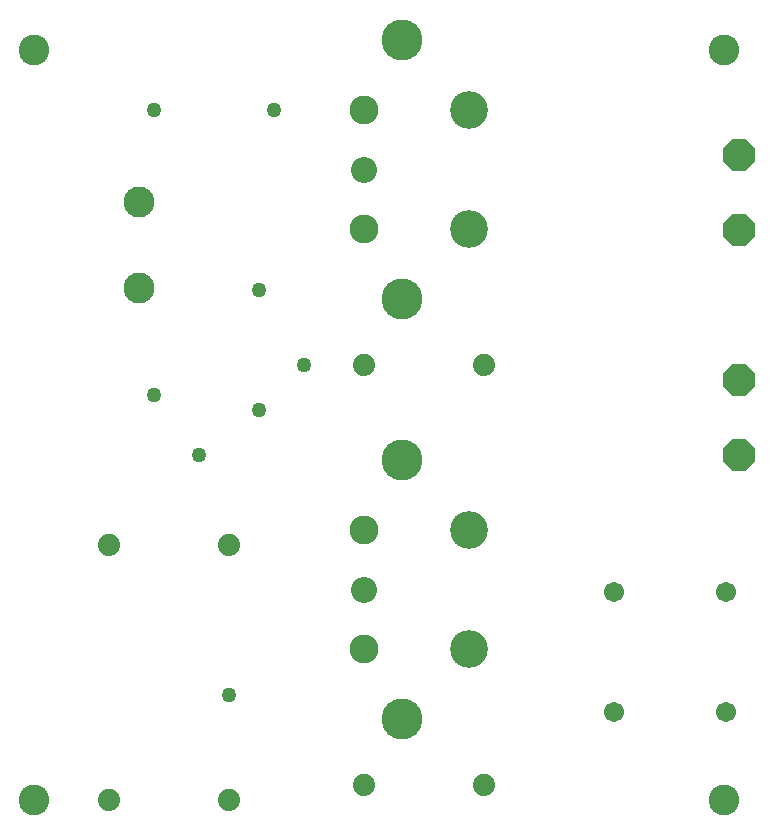
<source format=gbs>
G75*
G70*
%OFA0B0*%
%FSLAX24Y24*%
%IPPOS*%
%LPD*%
%AMOC8*
5,1,8,0,0,1.08239X$1,22.5*
%
%ADD10C,0.1025*%
%ADD11C,0.0966*%
%ADD12C,0.0867*%
%ADD13C,0.1366*%
%ADD14C,0.1261*%
%ADD15C,0.1030*%
%ADD16C,0.0740*%
%ADD17C,0.0671*%
%ADD18OC8,0.1080*%
%ADD19C,0.0496*%
D10*
X004965Y002182D03*
X027965Y002182D03*
X027965Y027182D03*
X004965Y027182D03*
D11*
X015965Y025166D03*
X015965Y021198D03*
X015965Y011166D03*
X015965Y007198D03*
D12*
X015965Y009182D03*
X015965Y023182D03*
D13*
X017232Y018861D03*
X017232Y013503D03*
X017232Y004861D03*
X017232Y027503D03*
D14*
X019469Y025166D03*
X019469Y021198D03*
X019469Y011166D03*
X019469Y007198D03*
D15*
X008465Y019245D03*
X008465Y022119D03*
D16*
X015965Y016682D03*
X019965Y016682D03*
X011465Y010682D03*
X007465Y010682D03*
X007465Y002182D03*
X011465Y002182D03*
X015965Y002682D03*
X019965Y002682D03*
D17*
X024299Y005091D03*
X028039Y005091D03*
X028039Y009091D03*
X024299Y009091D03*
D18*
X028465Y013682D03*
X028465Y016182D03*
X028465Y021182D03*
X028465Y023682D03*
D19*
X013965Y016682D03*
X012465Y015182D03*
X010465Y013682D03*
X008965Y015682D03*
X012465Y019182D03*
X012965Y025182D03*
X008965Y025182D03*
X011465Y005682D03*
M02*

</source>
